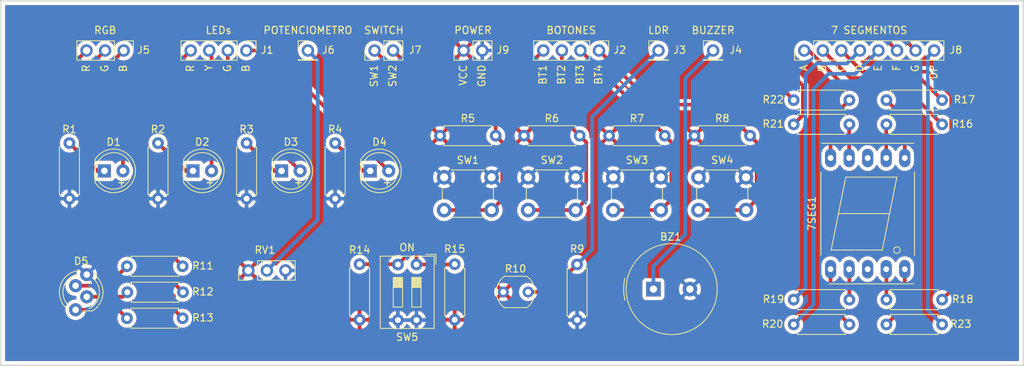
<source format=kicad_pcb>
(kicad_pcb (version 20171130) (host pcbnew "(5.1.8)-1")
  (layers (0 F.Cu signal) (31 B.Cu signal) (34 B.Paste user) (35 F.Paste user) (36 B.SilkS user) (37 F.SilkS user) (38 B.Mask user) (39 F.Mask user) (44 Edge.Cuts user))
  (net 0 "")
  (net 1 LED_R)
  (net 2 "Net-(D1-Pad1)")
  (net 3 "Net-(D2-Pad1)")
  (net 4 LED_A)
  (net 5 LED_V)
  (net 6 "Net-(D3-Pad1)")
  (net 7 "Net-(D4-Pad1)")
  (net 8 LED_Y)
  (net 9 GND)
  (net 10 SW1)
  (net 11 VCC)
  (net 12 SW2)
  (net 13 SW3)
  (net 14 SW4)
  (net 15 "Net-(J3-Pad1)")
  (net 16 "Net-(J5-Pad1)")
  (net 17 "Net-(D5-Pad3)")
  (net 18 "Net-(J5-Pad2)")
  (net 19 "Net-(D5-Pad2)")
  (net 20 "Net-(D5-Pad1)")
  (net 21 "Net-(J5-Pad3)")
  (net 22 SW_DIP_1)
  (net 23 SW_DIP_2)
  (net 24 "Net-(BZ1-Pad1)")
  (net 25 "Net-(J6-Pad1)")
  (net 26 "Net-(J8-Pad1)")
  (net 27 "Net-(J8-Pad2)")
  (net 28 "Net-(J8-Pad3)")
  (net 29 "Net-(J8-Pad4)")
  (net 30 "Net-(J8-Pad5)")
  (net 31 "Net-(J8-Pad6)")
  (net 32 "Net-(J8-Pad7)")
  (net 33 DP)
  (net 34 "Net-(7SEG1-Pad10)")
  (net 35 "Net-(7SEG1-Pad9)")
  (net 36 "Net-(7SEG1-Pad7)")
  (net 37 "Net-(7SEG1-Pad6)")
  (net 38 "Net-(7SEG1-Pad5)")
  (net 39 "Net-(7SEG1-Pad4)")
  (net 40 "Net-(7SEG1-Pad2)")
  (net 41 "Net-(7SEG1-Pad1)")
  (module LED_THT:LED_D5.0mm (layer F.Cu) (at 122.175 102.95)
    (fp_text reference D4 (at 1.27 -3.96) (layer F.SilkS))
    (fp_text value LED)
    (pad 1 thru_hole rect (at 0 0) (size 1.8 1.8) (drill 0.9) (layers *.Cu *.Mask) (net 7 "Net-(D4-Pad1)"))
    (pad 2 thru_hole circle (at 2.54 0) (size 1.8 1.8) (drill 0.9) (layers *.Cu *.Mask) (net 8 LED_Y))
  )
  (module LED_THT:LED_D5.0mm (layer F.Cu) (at 110.046425 102.95)
    (fp_text reference D3 (at 1.27 -3.96) (layer F.SilkS))
    (fp_text value LED)
    (pad 2 thru_hole circle (at 2.54 0) (size 1.8 1.8) (drill 0.9) (layers *.Cu *.Mask) (net 5 LED_V))
    (pad 1 thru_hole rect (at 0 0) (size 1.8 1.8) (drill 0.9) (layers *.Cu *.Mask) (net 6 "Net-(D3-Pad1)"))
  )
  (module LED_THT:LED_D5.0mm (layer F.Cu) (at 97.917855 102.95)
    (fp_text reference D2 (at 1.27 -3.96) (layer F.SilkS))
    (fp_text value LED)
    (pad 1 thru_hole rect (at 0 0) (size 1.8 1.8) (drill 0.9) (layers *.Cu *.Mask) (net 3 "Net-(D2-Pad1)"))
    (pad 2 thru_hole circle (at 2.54 0) (size 1.8 1.8) (drill 0.9) (layers *.Cu *.Mask) (net 4 LED_A))
  )
  (module LED_THT:LED_D5.0mm (layer F.Cu) (at 85.789285 102.95)
    (fp_text reference D1 (at 1.275 -3.96) (layer F.SilkS))
    (fp_text value LED)
    (pad 2 thru_hole circle (at 2.54 0) (size 1.8 1.8) (drill 0.9) (layers *.Cu *.Mask) (net 1 LED_R))
    (pad 1 thru_hole rect (at 0 0) (size 1.8 1.8) (drill 0.9) (layers *.Cu *.Mask) (net 2 "Net-(D1-Pad1)"))
  )
  (module Display_7Segment:7SegmentLED_LTS6760_LTS6780 (layer F.Cu) (at 185.2 116.425 90)
    (fp_text reference 7SEG1 (at 7.619999 -2.55 270) (layer F.SilkS))
    (fp_text value LTS-6980HR)
    (pad 10 thru_hole oval (at 15.24 0) (size 1.524 2.524) (drill 0.8) (layers *.Cu *.Mask) (net 34 "Net-(7SEG1-Pad10)"))
    (pad 9 thru_hole oval (at 15.24 2.54) (size 1.524 2.524) (drill 0.8) (layers *.Cu *.Mask) (net 35 "Net-(7SEG1-Pad9)"))
    (pad 8 thru_hole oval (at 15.24 5.08) (size 1.524 2.524) (drill 0.8) (layers *.Cu *.Mask))
    (pad 7 thru_hole oval (at 15.24 7.62) (size 1.524 2.524) (drill 0.8) (layers *.Cu *.Mask) (net 36 "Net-(7SEG1-Pad7)"))
    (pad 6 thru_hole oval (at 15.24 10.16) (size 1.524 2.524) (drill 0.8) (layers *.Cu *.Mask) (net 37 "Net-(7SEG1-Pad6)"))
    (pad 5 thru_hole oval (at 0 10.16) (size 1.524 2.524) (drill 0.8) (layers *.Cu *.Mask) (net 38 "Net-(7SEG1-Pad5)"))
    (pad 4 thru_hole oval (at 0 7.62) (size 1.524 2.524) (drill 0.8) (layers *.Cu *.Mask) (net 39 "Net-(7SEG1-Pad4)"))
    (pad 3 thru_hole oval (at 0 5.08) (size 1.524 2.524) (drill 0.8) (layers *.Cu *.Mask))
    (pad 2 thru_hole oval (at 0 2.54) (size 1.524 2.524) (drill 0.8) (layers *.Cu *.Mask) (net 40 "Net-(7SEG1-Pad2)"))
    (pad 1 thru_hole oval (at 0 0) (size 1.524 2.524) (drill 0.8) (layers *.Cu *.Mask) (net 41 "Net-(7SEG1-Pad1)"))
  )
  (module Resistor_THT:R_Axial_DIN0207_L6.3mm_D2.5mm_P7.62mm_Horizontal (layer F.Cu) (at 81 99.14 270)
    (fp_text reference R1 (at -1.89 0 180) (layer F.SilkS))
    (fp_text value R)
    (pad 2 thru_hole oval (at 7.62 0 270) (size 1.6 1.6) (drill 0.8) (layers *.Cu *.Mask) (net 9 GND))
    (pad 1 thru_hole circle (at 0 0 270) (size 1.6 1.6) (drill 0.8) (layers *.Cu *.Mask) (net 2 "Net-(D1-Pad1)"))
  )
  (module Resistor_THT:R_Axial_DIN0207_L6.3mm_D2.5mm_P7.62mm_Horizontal (layer F.Cu) (at 93.12857 99.14 270)
    (fp_text reference R2 (at -1.89 0 180) (layer F.SilkS))
    (fp_text value R)
    (pad 1 thru_hole circle (at 0 0 270) (size 1.6 1.6) (drill 0.8) (layers *.Cu *.Mask) (net 3 "Net-(D2-Pad1)"))
    (pad 2 thru_hole oval (at 7.62 0 270) (size 1.6 1.6) (drill 0.8) (layers *.Cu *.Mask) (net 9 GND))
  )
  (module Resistor_THT:R_Axial_DIN0207_L6.3mm_D2.5mm_P7.62mm_Horizontal (layer F.Cu) (at 105.25714 99.14 270)
    (fp_text reference R3 (at -1.89 0 180) (layer F.SilkS))
    (fp_text value R)
    (pad 2 thru_hole oval (at 7.62 0 270) (size 1.6 1.6) (drill 0.8) (layers *.Cu *.Mask) (net 9 GND))
    (pad 1 thru_hole circle (at 0 0 270) (size 1.6 1.6) (drill 0.8) (layers *.Cu *.Mask) (net 6 "Net-(D3-Pad1)"))
  )
  (module Resistor_THT:R_Axial_DIN0207_L6.3mm_D2.5mm_P7.62mm_Horizontal (layer F.Cu) (at 117.38571 99.14 270)
    (fp_text reference R4 (at -1.89 0 180) (layer F.SilkS))
    (fp_text value R)
    (pad 1 thru_hole circle (at 0 0 270) (size 1.6 1.6) (drill 0.8) (layers *.Cu *.Mask) (net 7 "Net-(D4-Pad1)"))
    (pad 2 thru_hole oval (at 7.62 0 270) (size 1.6 1.6) (drill 0.8) (layers *.Cu *.Mask) (net 9 GND))
  )
  (module Resistor_THT:R_Axial_DIN0207_L6.3mm_D2.5mm_P7.62mm_Horizontal (layer F.Cu) (at 131.74 98.125)
    (fp_text reference R5 (at 3.81 -2.37) (layer F.SilkS))
    (fp_text value R)
    (pad 2 thru_hole oval (at 7.62 0) (size 1.6 1.6) (drill 0.8) (layers *.Cu *.Mask) (net 10 SW1))
    (pad 1 thru_hole circle (at 0 0) (size 1.6 1.6) (drill 0.8) (layers *.Cu *.Mask) (net 11 VCC))
  )
  (module Resistor_THT:R_Axial_DIN0207_L6.3mm_D2.5mm_P7.62mm_Horizontal (layer F.Cu) (at 143.24 98.125)
    (fp_text reference R6 (at 3.81 -2.37) (layer F.SilkS))
    (fp_text value R)
    (pad 1 thru_hole circle (at 0 0) (size 1.6 1.6) (drill 0.8) (layers *.Cu *.Mask) (net 11 VCC))
    (pad 2 thru_hole oval (at 7.62 0) (size 1.6 1.6) (drill 0.8) (layers *.Cu *.Mask) (net 12 SW2))
  )
  (module Resistor_THT:R_Axial_DIN0207_L6.3mm_D2.5mm_P7.62mm_Horizontal (layer F.Cu) (at 154.89 98.125)
    (fp_text reference R7 (at 3.81 -2.37) (layer F.SilkS))
    (fp_text value R)
    (pad 2 thru_hole oval (at 7.62 0) (size 1.6 1.6) (drill 0.8) (layers *.Cu *.Mask) (net 13 SW3))
    (pad 1 thru_hole circle (at 0 0) (size 1.6 1.6) (drill 0.8) (layers *.Cu *.Mask) (net 11 VCC))
  )
  (module Resistor_THT:R_Axial_DIN0207_L6.3mm_D2.5mm_P7.62mm_Horizontal (layer F.Cu) (at 166.565 98.125)
    (fp_text reference R8 (at 3.81 -2.37) (layer F.SilkS))
    (fp_text value R)
    (pad 1 thru_hole circle (at 0 0) (size 1.6 1.6) (drill 0.8) (layers *.Cu *.Mask) (net 11 VCC))
    (pad 2 thru_hole oval (at 7.62 0) (size 1.6 1.6) (drill 0.8) (layers *.Cu *.Mask) (net 14 SW4))
  )
  (module Resistor_THT:R_Axial_DIN0207_L6.3mm_D2.5mm_P7.62mm_Horizontal (layer F.Cu) (at 150.5 115.7725 270)
    (fp_text reference R9 (at -2.1225 0 180) (layer F.SilkS))
    (fp_text value R)
    (pad 1 thru_hole circle (at 0 0 270) (size 1.6 1.6) (drill 0.8) (layers *.Cu *.Mask) (net 15 "Net-(J3-Pad1)"))
    (pad 2 thru_hole oval (at 7.62 0 270) (size 1.6 1.6) (drill 0.8) (layers *.Cu *.Mask) (net 9 GND))
  )
  (module Resistor_THT:R_Axial_DIN0207_L6.3mm_D2.5mm_P7.62mm_Horizontal (layer F.Cu) (at 96.5 116.025 180)
    (fp_text reference R11 (at -2.775 0.0675) (layer F.SilkS))
    (fp_text value 330)
    (pad 1 thru_hole circle (at 0 0 180) (size 1.6 1.6) (drill 0.8) (layers *.Cu *.Mask) (net 16 "Net-(J5-Pad1)"))
    (pad 2 thru_hole oval (at 7.62 0 180) (size 1.6 1.6) (drill 0.8) (layers *.Cu *.Mask) (net 17 "Net-(D5-Pad3)"))
  )
  (module Resistor_THT:R_Axial_DIN0207_L6.3mm_D2.5mm_P7.62mm_Horizontal (layer F.Cu) (at 96.55 119.5825 180)
    (fp_text reference R12 (at -2.725 0.0675) (layer F.SilkS))
    (fp_text value 330)
    (pad 1 thru_hole circle (at 0 0 180) (size 1.6 1.6) (drill 0.8) (layers *.Cu *.Mask) (net 18 "Net-(J5-Pad2)"))
    (pad 2 thru_hole oval (at 7.62 0 180) (size 1.6 1.6) (drill 0.8) (layers *.Cu *.Mask) (net 19 "Net-(D5-Pad2)"))
  )
  (module Resistor_THT:R_Axial_DIN0207_L6.3mm_D2.5mm_P7.62mm_Horizontal (layer F.Cu) (at 96.5 123.15 180)
    (fp_text reference R13 (at -2.775 0.0675) (layer F.SilkS))
    (fp_text value 330)
    (pad 2 thru_hole oval (at 7.62 0 180) (size 1.6 1.6) (drill 0.8) (layers *.Cu *.Mask) (net 20 "Net-(D5-Pad1)"))
    (pad 1 thru_hole circle (at 0 0 180) (size 1.6 1.6) (drill 0.8) (layers *.Cu *.Mask) (net 21 "Net-(J5-Pad3)"))
  )
  (module Resistor_THT:R_Axial_DIN0207_L6.3mm_D2.5mm_P7.62mm_Horizontal (layer F.Cu) (at 120.725 115.74 270)
    (fp_text reference R14 (at -1.965 0 180) (layer F.SilkS))
    (fp_text value R)
    (pad 2 thru_hole oval (at 7.62 0 270) (size 1.6 1.6) (drill 0.8) (layers *.Cu *.Mask) (net 11 VCC))
    (pad 1 thru_hole circle (at 0 0 270) (size 1.6 1.6) (drill 0.8) (layers *.Cu *.Mask) (net 22 SW_DIP_1))
  )
  (module Resistor_THT:R_Axial_DIN0207_L6.3mm_D2.5mm_P7.62mm_Horizontal (layer F.Cu) (at 133.75 115.74 270)
    (fp_text reference R15 (at -2.09 0 180) (layer F.SilkS))
    (fp_text value R)
    (pad 2 thru_hole oval (at 7.62 0 270) (size 1.6 1.6) (drill 0.8) (layers *.Cu *.Mask) (net 11 VCC))
    (pad 1 thru_hole circle (at 0 0 270) (size 1.6 1.6) (drill 0.8) (layers *.Cu *.Mask) (net 23 SW_DIP_2))
  )
  (module Button_Switch_THT:SW_DIP_SPSTx02_Slide_9.78x7.26mm_W7.62mm_P2.54mm (layer F.Cu) (at 128.5125 115.7825 270)
    (fp_text reference SW5 (at 9.95 1.275 180) (layer F.SilkS))
    (fp_text value SW_DIP)
    (pad 1 thru_hole circle (at 0 0 270) (size 1.6 1.6) (drill 0.8) (layers *.Cu *.Mask) (net 23 SW_DIP_2))
    (pad 3 thru_hole oval (at 7.62 2.54 270) (size 1.6 1.6) (drill 0.8) (layers *.Cu *.Mask) (net 9 GND))
    (pad 2 thru_hole oval (at 0 2.54 270) (size 1.6 1.6) (drill 0.8) (layers *.Cu *.Mask) (net 22 SW_DIP_1))
    (pad 4 thru_hole oval (at 7.62 0 270) (size 1.6 1.6) (drill 0.8) (layers *.Cu *.Mask) (net 9 GND))
  )
  (module OptoDevice:R_LDR_5.1x4.3mm_P3.4mm_Vertical (layer F.Cu) (at 140.4 119.55)
    (fp_text reference R10 (at 1.675 -3.1825) (layer F.SilkS))
    (fp_text value LDR03)
    (pad 1 thru_hole circle (at 0 0) (size 1.5 1.5) (drill 0.8) (layers *.Cu *.Mask) (net 11 VCC))
    (pad 2 thru_hole circle (at 3.4 0) (size 1.5 1.5) (drill 0.8) (layers *.Cu *.Mask) (net 15 "Net-(J3-Pad1)"))
  )
  (module Connector_PinHeader_2.54mm:PinHeader_1x04_P2.54mm_Vertical (layer F.Cu) (at 105.225 86.45 270)
    (fp_text reference J1 (at -0.0675 -2.85 180) (layer F.SilkS))
    (fp_text value LEDs)
    (pad 1 thru_hole circle (at 0 0 270) (size 1.7 1.7) (drill 1) (layers *.Cu *.Mask) (net 8 LED_Y))
    (pad 2 thru_hole oval (at 0 2.54 270) (size 1.7 1.7) (drill 1) (layers *.Cu *.Mask) (net 5 LED_V))
    (pad 3 thru_hole oval (at 0 5.08 270) (size 1.7 1.7) (drill 1) (layers *.Cu *.Mask) (net 4 LED_A))
    (pad 4 thru_hole oval (at 0 7.62 270) (size 1.7 1.7) (drill 1) (layers *.Cu *.Mask) (net 1 LED_R))
  )
  (module Button_Switch_THT:SW_PUSH_6mm (layer F.Cu) (at 132.3 103.825)
    (fp_text reference SW1 (at 3.25 -2.35) (layer F.SilkS))
    (fp_text value SW_Push)
    (pad 1 thru_hole circle (at 6.5 0 90) (size 2 2) (drill 1.1) (layers *.Cu *.Mask) (net 9 GND))
    (pad 2 thru_hole circle (at 6.5 4.5 90) (size 2 2) (drill 1.1) (layers *.Cu *.Mask) (net 10 SW1))
    (pad 1 thru_hole circle (at 0 0 90) (size 2 2) (drill 1.1) (layers *.Cu *.Mask) (net 9 GND))
    (pad 2 thru_hole circle (at 0 4.5 90) (size 2 2) (drill 1.1) (layers *.Cu *.Mask) (net 10 SW1))
  )
  (module Button_Switch_THT:SW_PUSH_6mm (layer F.Cu) (at 143.8 103.825)
    (fp_text reference SW2 (at 3.25 -2.35) (layer F.SilkS))
    (fp_text value SW_Push)
    (pad 2 thru_hole circle (at 0 4.5 90) (size 2 2) (drill 1.1) (layers *.Cu *.Mask) (net 12 SW2))
    (pad 1 thru_hole circle (at 0 0 90) (size 2 2) (drill 1.1) (layers *.Cu *.Mask) (net 9 GND))
    (pad 2 thru_hole circle (at 6.5 4.5 90) (size 2 2) (drill 1.1) (layers *.Cu *.Mask) (net 12 SW2))
    (pad 1 thru_hole circle (at 6.5 0 90) (size 2 2) (drill 1.1) (layers *.Cu *.Mask) (net 9 GND))
  )
  (module Button_Switch_THT:SW_PUSH_6mm (layer F.Cu) (at 155.45 103.825)
    (fp_text reference SW3 (at 3.25 -2.35) (layer F.SilkS))
    (fp_text value SW_Push)
    (pad 1 thru_hole circle (at 6.5 0 90) (size 2 2) (drill 1.1) (layers *.Cu *.Mask) (net 9 GND))
    (pad 2 thru_hole circle (at 6.5 4.5 90) (size 2 2) (drill 1.1) (layers *.Cu *.Mask) (net 13 SW3))
    (pad 1 thru_hole circle (at 0 0 90) (size 2 2) (drill 1.1) (layers *.Cu *.Mask) (net 9 GND))
    (pad 2 thru_hole circle (at 0 4.5 90) (size 2 2) (drill 1.1) (layers *.Cu *.Mask) (net 13 SW3))
  )
  (module Button_Switch_THT:SW_PUSH_6mm (layer F.Cu) (at 167.125 103.825)
    (fp_text reference SW4 (at 3.25 -2.35) (layer F.SilkS))
    (fp_text value SW_Push)
    (pad 2 thru_hole circle (at 0 4.5 90) (size 2 2) (drill 1.1) (layers *.Cu *.Mask) (net 14 SW4))
    (pad 1 thru_hole circle (at 0 0 90) (size 2 2) (drill 1.1) (layers *.Cu *.Mask) (net 9 GND))
    (pad 2 thru_hole circle (at 6.5 4.5 90) (size 2 2) (drill 1.1) (layers *.Cu *.Mask) (net 14 SW4))
    (pad 1 thru_hole circle (at 6.5 0 90) (size 2 2) (drill 1.1) (layers *.Cu *.Mask) (net 9 GND))
  )
  (module Connector_PinHeader_2.54mm:PinHeader_1x04_P2.54mm_Vertical (layer F.Cu) (at 153.5 86.45 270)
    (fp_text reference J2 (at -0.0675 -2.85 180) (layer F.SilkS))
    (fp_text value SWs)
    (pad 1 thru_hole circle (at 0 0 270) (size 1.7 1.7) (drill 1) (layers *.Cu *.Mask) (net 14 SW4))
    (pad 2 thru_hole oval (at 0 2.54 270) (size 1.7 1.7) (drill 1) (layers *.Cu *.Mask) (net 13 SW3))
    (pad 3 thru_hole oval (at 0 5.08 270) (size 1.7 1.7) (drill 1) (layers *.Cu *.Mask) (net 12 SW2))
    (pad 4 thru_hole oval (at 0 7.62 270) (size 1.7 1.7) (drill 1) (layers *.Cu *.Mask) (net 10 SW1))
  )
  (module Connector_PinHeader_2.54mm:PinHeader_1x02_P2.54mm_Vertical (layer F.Cu) (at 122.775 86.45 90)
    (fp_text reference J7 (at 0.0675 5.575 180) (layer F.SilkS))
    (fp_text value SW_DIP)
    (pad 1 thru_hole circle (at 0 0 90) (size 1.7 1.7) (drill 1) (layers *.Cu *.Mask) (net 22 SW_DIP_1))
    (pad 2 thru_hole oval (at 0 2.54 90) (size 1.7 1.7) (drill 1) (layers *.Cu *.Mask) (net 23 SW_DIP_2))
  )
  (module Connector_PinHeader_2.54mm:PinHeader_1x01_P2.54mm_Vertical (layer F.Cu) (at 161.65 86.45)
    (fp_text reference J3 (at 2.9 -0.075) (layer F.SilkS))
    (fp_text value LDR)
    (pad 1 thru_hole circle (at 0 0) (size 1.7 1.7) (drill 1) (layers *.Cu *.Mask) (net 15 "Net-(J3-Pad1)"))
  )
  (module Connector_PinHeader_2.54mm:PinHeader_1x01_P2.54mm_Vertical (layer F.Cu) (at 169.125 86.45)
    (fp_text reference J4 (at 3.1 -0.0675) (layer F.SilkS))
    (fp_text value BUZZER)
    (pad 1 thru_hole circle (at 0 0) (size 1.7 1.7) (drill 1) (layers *.Cu *.Mask) (net 24 "Net-(BZ1-Pad1)"))
  )
  (module Connector_PinHeader_2.54mm:PinHeader_1x03_P2.54mm_Vertical (layer F.Cu) (at 88.425 86.45 270)
    (fp_text reference J5 (at -0.0675 -2.725 180) (layer F.SilkS))
    (fp_text value LED_RGB)
    (pad 1 thru_hole circle (at 0 0 270) (size 1.7 1.7) (drill 1) (layers *.Cu *.Mask) (net 16 "Net-(J5-Pad1)"))
    (pad 2 thru_hole oval (at 0 2.54 270) (size 1.7 1.7) (drill 1) (layers *.Cu *.Mask) (net 18 "Net-(J5-Pad2)"))
    (pad 3 thru_hole oval (at 0 5.08 270) (size 1.7 1.7) (drill 1) (layers *.Cu *.Mask) (net 21 "Net-(J5-Pad3)"))
  )
  (module Connector_PinHeader_2.54mm:PinHeader_1x01_P2.54mm_Vertical (layer F.Cu) (at 113.65 86.45)
    (fp_text reference J6 (at 2.8 -0.0675) (layer F.SilkS))
    (fp_text value R_POT)
    (pad 1 thru_hole circle (at 0 0) (size 1.7 1.7) (drill 1) (layers *.Cu *.Mask) (net 25 "Net-(J6-Pad1)"))
  )
  (module Connector_PinHeader_2.54mm:PinHeader_1x03_P2.54mm_Vertical (layer F.Cu) (at 105.4975 116.6 90)
    (fp_text reference RV1 (at 2.8 2.275 180) (layer F.SilkS))
    (fp_text value R_POT)
    (pad 1 thru_hole circle (at 0 0 90) (size 1.7 1.7) (drill 1) (layers *.Cu *.Mask) (net 11 VCC))
    (pad 2 thru_hole oval (at 0 2.54 90) (size 1.7 1.7) (drill 1) (layers *.Cu *.Mask) (net 25 "Net-(J6-Pad1)"))
    (pad 3 thru_hole oval (at 0 5.08 90) (size 1.7 1.7) (drill 1) (layers *.Cu *.Mask) (net 9 GND))
  )
  (module Resistor_THT:R_Axial_DIN0207_L6.3mm_D2.5mm_P7.62mm_Horizontal (layer F.Cu) (at 192.85 96.575)
    (fp_text reference R16 (at 10.4 -0.0675) (layer F.SilkS))
    (fp_text value 330)
    (pad 2 thru_hole oval (at 7.62 0) (size 1.6 1.6) (drill 0.8) (layers *.Cu *.Mask) (net 26 "Net-(J8-Pad1)"))
    (pad 1 thru_hole circle (at 0 0) (size 1.6 1.6) (drill 0.8) (layers *.Cu *.Mask) (net 36 "Net-(7SEG1-Pad7)"))
  )
  (module Resistor_THT:R_Axial_DIN0207_L6.3mm_D2.5mm_P7.62mm_Horizontal (layer F.Cu) (at 192.85 93.25)
    (fp_text reference R17 (at 10.675 -0.0675) (layer F.SilkS))
    (fp_text value 330)
    (pad 1 thru_hole circle (at 0 0) (size 1.6 1.6) (drill 0.8) (layers *.Cu *.Mask) (net 37 "Net-(7SEG1-Pad6)"))
    (pad 2 thru_hole oval (at 7.62 0) (size 1.6 1.6) (drill 0.8) (layers *.Cu *.Mask) (net 27 "Net-(J8-Pad2)"))
  )
  (module Resistor_THT:R_Axial_DIN0207_L6.3mm_D2.5mm_P7.62mm_Horizontal (layer F.Cu) (at 192.85 120.6)
    (fp_text reference R18 (at 10.45 -0.0675) (layer F.SilkS))
    (fp_text value 330)
    (pad 2 thru_hole oval (at 7.62 0) (size 1.6 1.6) (drill 0.8) (layers *.Cu *.Mask) (net 28 "Net-(J8-Pad3)"))
    (pad 1 thru_hole circle (at 0 0) (size 1.6 1.6) (drill 0.8) (layers *.Cu *.Mask) (net 39 "Net-(7SEG1-Pad4)"))
  )
  (module Resistor_THT:R_Axial_DIN0207_L6.3mm_D2.5mm_P7.62mm_Horizontal (layer F.Cu) (at 187.775 120.6 180)
    (fp_text reference R19 (at 10.4 0.0675) (layer F.SilkS))
    (fp_text value 330)
    (pad 1 thru_hole circle (at 0 0 180) (size 1.6 1.6) (drill 0.8) (layers *.Cu *.Mask) (net 40 "Net-(7SEG1-Pad2)"))
    (pad 2 thru_hole oval (at 7.62 0 180) (size 1.6 1.6) (drill 0.8) (layers *.Cu *.Mask) (net 29 "Net-(J8-Pad4)"))
  )
  (module Resistor_THT:R_Axial_DIN0207_L6.3mm_D2.5mm_P7.62mm_Horizontal (layer F.Cu) (at 187.775 124 180)
    (fp_text reference R20 (at 10.5 0.0675) (layer F.SilkS))
    (fp_text value 330)
    (pad 2 thru_hole oval (at 7.62 0 180) (size 1.6 1.6) (drill 0.8) (layers *.Cu *.Mask) (net 30 "Net-(J8-Pad5)"))
    (pad 1 thru_hole circle (at 0 0 180) (size 1.6 1.6) (drill 0.8) (layers *.Cu *.Mask) (net 41 "Net-(7SEG1-Pad1)"))
  )
  (module Resistor_THT:R_Axial_DIN0207_L6.3mm_D2.5mm_P7.62mm_Horizontal (layer F.Cu) (at 187.775 96.575 180)
    (fp_text reference R21 (at 10.425 0.0675) (layer F.SilkS))
    (fp_text value 330)
    (pad 1 thru_hole circle (at 0 0 180) (size 1.6 1.6) (drill 0.8) (layers *.Cu *.Mask) (net 35 "Net-(7SEG1-Pad9)"))
    (pad 2 thru_hole oval (at 7.62 0 180) (size 1.6 1.6) (drill 0.8) (layers *.Cu *.Mask) (net 31 "Net-(J8-Pad6)"))
  )
  (module Resistor_THT:R_Axial_DIN0207_L6.3mm_D2.5mm_P7.62mm_Horizontal (layer F.Cu) (at 187.775 93.25 180)
    (fp_text reference R22 (at 10.425 0.0675) (layer F.SilkS))
    (fp_text value 330)
    (pad 1 thru_hole circle (at 0 0 180) (size 1.6 1.6) (drill 0.8) (layers *.Cu *.Mask) (net 34 "Net-(7SEG1-Pad10)"))
    (pad 2 thru_hole oval (at 7.62 0 180) (size 1.6 1.6) (drill 0.8) (layers *.Cu *.Mask) (net 32 "Net-(J8-Pad7)"))
  )
  (module Resistor_THT:R_Axial_DIN0207_L6.3mm_D2.5mm_P7.62mm_Horizontal (layer F.Cu) (at 192.85 124)
    (fp_text reference R23 (at 10.175 -0.0675) (layer F.SilkS))
    (fp_text value 330)
    (pad 2 thru_hole oval (at 7.62 0) (size 1.6 1.6) (drill 0.8) (layers *.Cu *.Mask) (net 33 DP))
    (pad 1 thru_hole circle (at 0 0) (size 1.6 1.6) (drill 0.8) (layers *.Cu *.Mask) (net 38 "Net-(7SEG1-Pad5)"))
  )
  (module Connector_PinHeader_2.54mm:PinHeader_1x08_P2.54mm_Vertical (layer F.Cu) (at 181.6 86.45 90)
    (fp_text reference J8 (at 0.0675 20.75 180) (layer F.SilkS))
    (fp_text value "7 SEG")
    (pad 8 thru_hole oval (at 0 17.78 90) (size 1.7 1.7) (drill 1) (layers *.Cu *.Mask) (net 33 DP))
    (pad 7 thru_hole oval (at 0 15.24 90) (size 1.7 1.7) (drill 1) (layers *.Cu *.Mask) (net 32 "Net-(J8-Pad7)"))
    (pad 6 thru_hole oval (at 0 12.7 90) (size 1.7 1.7) (drill 1) (layers *.Cu *.Mask) (net 31 "Net-(J8-Pad6)"))
    (pad 5 thru_hole oval (at 0 10.16 90) (size 1.7 1.7) (drill 1) (layers *.Cu *.Mask) (net 30 "Net-(J8-Pad5)"))
    (pad 4 thru_hole oval (at 0 7.62 90) (size 1.7 1.7) (drill 1) (layers *.Cu *.Mask) (net 29 "Net-(J8-Pad4)"))
    (pad 3 thru_hole oval (at 0 5.08 90) (size 1.7 1.7) (drill 1) (layers *.Cu *.Mask) (net 28 "Net-(J8-Pad3)"))
    (pad 2 thru_hole oval (at 0 2.54 90) (size 1.7 1.7) (drill 1) (layers *.Cu *.Mask) (net 27 "Net-(J8-Pad2)"))
    (pad 1 thru_hole circle (at 0 0 90) (size 1.7 1.7) (drill 1) (layers *.Cu *.Mask) (net 26 "Net-(J8-Pad1)"))
  )
  (module Connector_PinHeader_2.54mm:PinHeader_1x02_P2.54mm_Vertical (layer F.Cu) (at 134.975 86.45 90)
    (fp_text reference J9 (at 0.0675 5.375 180) (layer F.SilkS))
    (fp_text value POWER)
    (pad 1 thru_hole circle (at 0 0 90) (size 1.7 1.7) (drill 1) (layers *.Cu *.Mask) (net 11 VCC))
    (pad 2 thru_hole oval (at 0 2.54 90) (size 1.7 1.7) (drill 1) (layers *.Cu *.Mask) (net 9 GND))
  )
  (module LED_THT:LED_D5.0mm-4_RGB_Staggered_Pins (layer F.Cu) (at 81.85 121.9925 90)
    (fp_text reference D5 (at 6.675 0.76 180) (layer F.SilkS))
    (fp_text value LED_RGBC)
    (pad 4 thru_hole circle (at 4.826 1.524 90) (size 1.8 1.8) (drill 0.9) (layers *.Cu *.Mask) (net 9 GND))
    (pad 3 thru_hole circle (at 3.302 0 90) (size 1.8 1.8) (drill 0.9) (layers *.Cu *.Mask) (net 17 "Net-(D5-Pad3)"))
    (pad 2 thru_hole circle (at 1.778 1.524 90) (size 1.8 1.8) (drill 0.9) (layers *.Cu *.Mask) (net 19 "Net-(D5-Pad2)"))
    (pad 1 thru_hole circle (at 0 0 90) (size 1.8 1.8) (drill 0.9) (layers *.Cu *.Mask) (net 20 "Net-(D5-Pad1)"))
  )
  (module Buzzer_Beeper:Buzzer_TDK_PS1240P02BT_D12.2mm_H6.5mm (layer F.Cu) (at 160.95 119.1575)
    (fp_text reference BZ1 (at 2.370784 -7.17) (layer F.SilkS))
    (fp_text value BUZZER)
    (pad 1 thru_hole rect (at 0 0) (size 2 2) (drill 1) (layers *.Cu *.Mask) (net 24 "Net-(BZ1-Pad1)"))
    (pad 2 thru_hole circle (at 5 0) (size 2 2) (drill 1) (layers *.Cu *.Mask) (net 9 GND))
  )
  (gr_text + (at 88.125 104.5) (layer F.SilkS) (effects (font (size 1 1))))
  (gr_text + (at 100.225 104.5) (layer F.SilkS) (effects (font (size 1 1))))
  (gr_text + (at 124.5 104.5) (layer F.SilkS) (effects (font (size 1 1))))
  (gr_text + (at 112.375 104.5) (layer F.SilkS) (effects (font (size 1 1))))
  (gr_text ON (at 127.2375 113.45) (layer F.SilkS) (effects (font (size 1 1))))
  (gr_line (start 211.6 79.625) (end 71.6 79.625) (layer Edge.Cuts) (width 0.2))
  (gr_line (start 211.6 129.625) (end 211.6 79.625) (layer Edge.Cuts) (width 0.2))
  (gr_line (start 71.6 129.625) (end 211.6 129.625) (layer Edge.Cuts) (width 0.2))
  (gr_line (start 71.6 79.625) (end 71.6 129.625) (layer Edge.Cuts) (width 0.2))
  (gr_text DP (at 199.3125 89.4 90) (layer F.SilkS) (effects (font (size 1 1))))
  (gr_text G (at 196.7725 88.9 90) (layer F.SilkS) (effects (font (size 1 1))))
  (gr_text F (at 194.2325 88.828572 90) (layer F.SilkS) (effects (font (size 1 1))))
  (gr_text E (at 191.6925 88.852381 90) (layer F.SilkS) (effects (font (size 1 1))))
  (gr_text D (at 189.1525 88.9 90) (layer F.SilkS) (effects (font (size 1 1))))
  (gr_text C (at 186.6125 88.9 90) (layer F.SilkS) (effects (font (size 1 1))))
  (gr_text B (at 184.0725 88.9 90) (layer F.SilkS) (effects (font (size 1 1))))
  (gr_text A (at 181.5325 88.828572 90) (layer F.SilkS) (effects (font (size 1 1))))
  (gr_text BT4 (at 153.4325 89.757143 90) (layer F.SilkS) (effects (font (size 1 1))))
  (gr_text BT3 (at 150.8925 89.757143 90) (layer F.SilkS) (effects (font (size 1 1))))
  (gr_text BT2 (at 148.3525 89.757143 90) (layer F.SilkS) (effects (font (size 1 1))))
  (gr_text BT1 (at 145.8125 89.757143 90) (layer F.SilkS) (effects (font (size 1 1))))
  (gr_text GND (at 137.4475 89.92381 90) (layer F.SilkS) (effects (font (size 1 1))))
  (gr_text VCC (at 134.9075 89.828572 90) (layer F.SilkS) (effects (font (size 1 1))))
  (gr_text SW2 (at 125.2475 89.92381 90) (layer F.SilkS) (effects (font (size 1 1))))
  (gr_text SW1 (at 122.7075 89.92381 90) (layer F.SilkS) (effects (font (size 1 1))))
  (gr_text B (at 105.1575 88.9 90) (layer F.SilkS) (effects (font (size 1 1))))
  (gr_text G (at 102.6175 88.9 90) (layer F.SilkS) (effects (font (size 1 1))))
  (gr_text Y (at 100.0775 88.828572 90) (layer F.SilkS) (effects (font (size 1 1))))
  (gr_text R (at 97.5375 88.9 90) (layer F.SilkS) (effects (font (size 1 1))))
  (gr_text B (at 88.3575 88.9 90) (layer F.SilkS) (effects (font (size 1 1))))
  (gr_text G (at 85.8175 88.9 90) (layer F.SilkS) (effects (font (size 1 1))))
  (gr_text R (at 83.2775 88.9 90) (layer F.SilkS) (effects (font (size 1 1))))
  (gr_text POWER (at 136.25 83.675) (layer F.SilkS) (effects (font (size 1 1))))
  (gr_text "7 SEGMENTOS" (at 190.475 83.675) (layer F.SilkS) (effects (font (size 1 1))))
  (gr_text BUZZER (at 169.125 83.675) (layer F.SilkS) (effects (font (size 1 1))))
  (gr_text LDR (at 161.65 83.675) (layer F.SilkS) (effects (font (size 1 1))))
  (gr_text RGB (at 85.9 83.675) (layer F.SilkS) (effects (font (size 1 1))))
  (gr_text SWITCH (at 124.05 83.675) (layer F.SilkS) (effects (font (size 1 1))))
  (gr_text POTENCIOMETRO (at 113.65 83.675) (layer F.SilkS) (effects (font (size 1 1))))
  (gr_text LEDs (at 101.425 83.675) (layer F.SilkS) (effects (font (size 1 1))))
  (gr_text BOTONES (at 149.7 83.675) (layer F.SilkS) (effects (font (size 1 1))))
  (segment (start 88.329285 95.725715) (end 97.605 86.45) (width 0.508) (layer F.Cu) (net 1))
  (segment (start 88.329285 102.95) (end 88.329285 95.725715) (width 0.508) (layer F.Cu) (net 1))
  (segment (start 84.81 102.95) (end 85.789285 102.95) (width 0.508) (layer F.Cu) (net 2))
  (segment (start 81 99.14) (end 84.81 102.95) (width 0.508) (layer F.Cu) (net 2))
  (segment (start 96.93857 102.95) (end 97.917855 102.95) (width 0.508) (layer F.Cu) (net 3))
  (segment (start 93.12857 99.14) (end 96.93857 102.95) (width 0.508) (layer F.Cu) (net 3))
  (segment (start 100.457855 86.762855) (end 100.145 86.45) (width 0.508) (layer F.Cu) (net 4))
  (segment (start 100.457855 102.95) (end 100.457855 86.762855) (width 0.508) (layer F.Cu) (net 4))
  (segment (start 102.685 93.048575) (end 112.586425 102.95) (width 0.508) (layer F.Cu) (net 5))
  (segment (start 102.685 86.45) (end 102.685 93.048575) (width 0.508) (layer F.Cu) (net 5))
  (segment (start 109.06714 102.95) (end 110.046425 102.95) (width 0.508) (layer F.Cu) (net 6))
  (segment (start 105.25714 99.14) (end 109.06714 102.95) (width 0.508) (layer F.Cu) (net 6))
  (segment (start 121.19571 102.95) (end 122.175 102.95) (width 0.508) (layer F.Cu) (net 7))
  (segment (start 117.38571 99.14) (end 121.19571 102.95) (width 0.508) (layer F.Cu) (net 7))
  (segment (start 108.215 86.45) (end 124.715 102.95) (width 0.508) (layer F.Cu) (net 8))
  (segment (start 105.225 86.45) (end 108.215 86.45) (width 0.508) (layer F.Cu) (net 8))
  (segment (start 132.3 108.325) (end 138.8 108.325) (width 0.508) (layer F.Cu) (net 10))
  (segment (start 140.254001 106.870999) (end 138.8 108.325) (width 0.508) (layer F.Cu) (net 10))
  (segment (start 140.254001 99.019001) (end 140.254001 106.870999) (width 0.508) (layer F.Cu) (net 10))
  (segment (start 139.36 98.125) (end 140.254001 99.019001) (width 0.508) (layer F.Cu) (net 10))
  (segment (start 139.36 92.97) (end 145.88 86.45) (width 0.508) (layer F.Cu) (net 10))
  (segment (start 139.36 98.125) (end 139.36 92.97) (width 0.508) (layer F.Cu) (net 10))
  (segment (start 143.8 108.325) (end 150.3 108.325) (width 0.508) (layer F.Cu) (net 12))
  (segment (start 151.754001 106.870999) (end 150.3 108.325) (width 0.508) (layer F.Cu) (net 12))
  (segment (start 151.754001 99.019001) (end 151.754001 106.870999) (width 0.508) (layer F.Cu) (net 12))
  (segment (start 150.86 98.125) (end 151.754001 99.019001) (width 0.508) (layer F.Cu) (net 12))
  (segment (start 148.42 95.685) (end 150.86 98.125) (width 0.508) (layer F.Cu) (net 12))
  (segment (start 148.42 86.45) (end 148.42 95.685) (width 0.508) (layer F.Cu) (net 12))
  (segment (start 155.45 108.325) (end 161.95 108.325) (width 0.508) (layer F.Cu) (net 13))
  (segment (start 163.404001 106.870999) (end 161.95 108.325) (width 0.508) (layer F.Cu) (net 13))
  (segment (start 163.404001 99.019001) (end 163.404001 106.870999) (width 0.508) (layer F.Cu) (net 13))
  (segment (start 162.51 98.125) (end 163.404001 99.019001) (width 0.508) (layer F.Cu) (net 13))
  (segment (start 162.51 98) (end 162.51 98.125) (width 0.508) (layer F.Cu) (net 13))
  (segment (start 150.96 86.45) (end 162.51 98) (width 0.508) (layer F.Cu) (net 13))
  (segment (start 167.125 108.325) (end 173.625 108.325) (width 0.508) (layer F.Cu) (net 14))
  (segment (start 175.079001 106.870999) (end 173.625 108.325) (width 0.508) (layer F.Cu) (net 14))
  (segment (start 175.079001 99.019001) (end 175.079001 106.870999) (width 0.508) (layer F.Cu) (net 14))
  (segment (start 174.185 98.125) (end 175.079001 99.019001) (width 0.508) (layer F.Cu) (net 14))
  (segment (start 174.185 98.125) (end 169.935 93.875) (width 0.508) (layer F.Cu) (net 14))
  (segment (start 160.925 93.875) (end 153.5 86.45) (width 0.508) (layer F.Cu) (net 14))
  (segment (start 169.935 93.875) (end 160.925 93.875) (width 0.508) (layer F.Cu) (net 14))
  (segment (start 146.7225 119.55) (end 150.5 115.7725) (width 0.508) (layer F.Cu) (net 15))
  (segment (start 143.8 119.55) (end 146.7225 119.55) (width 0.508) (layer F.Cu) (net 15))
  (segment (start 150.5 115.7725) (end 152.575 113.6975) (width 0.508) (layer B.Cu) (net 15))
  (segment (start 152.575 95.525) (end 161.65 86.45) (width 0.508) (layer B.Cu) (net 15))
  (segment (start 152.575 113.6975) (end 152.575 95.525) (width 0.508) (layer B.Cu) (net 15))
  (segment (start 96.5 116.025) (end 90.55 110.075) (width 0.508) (layer F.Cu) (net 16))
  (segment (start 90.55 110.075) (end 80.725 110.075) (width 0.508) (layer F.Cu) (net 16))
  (segment (start 80.725 110.075) (end 78.4 107.75) (width 0.508) (layer F.Cu) (net 16))
  (segment (start 78.4 96.475) (end 88.425 86.45) (width 0.508) (layer F.Cu) (net 16))
  (segment (start 78.4 107.75) (end 78.4 96.475) (width 0.508) (layer F.Cu) (net 16))
  (segment (start 86.2145 118.6905) (end 88.88 116.025) (width 0.508) (layer F.Cu) (net 17))
  (segment (start 81.85 118.6905) (end 86.2145 118.6905) (width 0.508) (layer F.Cu) (net 17))
  (segment (start 96.55 119.5825) (end 87.7925 110.825) (width 0.508) (layer F.Cu) (net 18))
  (segment (start 87.7925 110.825) (end 79.9 110.825) (width 0.508) (layer F.Cu) (net 18))
  (segment (start 79.9 110.825) (end 77.225 108.15) (width 0.508) (layer F.Cu) (net 18))
  (segment (start 77.225 95.11) (end 85.885 86.45) (width 0.508) (layer F.Cu) (net 18))
  (segment (start 77.225 108.15) (end 77.225 95.11) (width 0.508) (layer F.Cu) (net 18))
  (segment (start 88.298 120.2145) (end 88.93 119.5825) (width 0.508) (layer F.Cu) (net 19))
  (segment (start 83.374 120.2145) (end 88.298 120.2145) (width 0.508) (layer F.Cu) (net 19))
  (segment (start 87.7225 121.9925) (end 88.88 123.15) (width 0.508) (layer F.Cu) (net 20))
  (segment (start 81.85 121.9925) (end 87.7225 121.9925) (width 0.508) (layer F.Cu) (net 20))
  (segment (start 95.295999 121.945999) (end 95.295999 120.120999) (width 0.508) (layer F.Cu) (net 21))
  (segment (start 96.5 123.15) (end 95.295999 121.945999) (width 0.508) (layer F.Cu) (net 21))
  (segment (start 95.295999 120.120999) (end 87.075 111.9) (width 0.508) (layer F.Cu) (net 21))
  (segment (start 87.075 111.9) (end 79.275 111.9) (width 0.508) (layer F.Cu) (net 21))
  (segment (start 76.51699 93.27801) (end 83.345 86.45) (width 0.508) (layer F.Cu) (net 21))
  (segment (start 76.51699 109.14199) (end 76.51699 93.27801) (width 0.508) (layer F.Cu) (net 21))
  (segment (start 79.275 111.9) (end 76.51699 109.14199) (width 0.508) (layer F.Cu) (net 21))
  (segment (start 125.93 115.74) (end 125.9725 115.7825) (width 0.508) (layer F.Cu) (net 22))
  (segment (start 120.725 115.74) (end 125.93 115.74) (width 0.508) (layer F.Cu) (net 22))
  (segment (start 122.775 86.45) (end 127.425 91.1) (width 0.508) (layer F.Cu) (net 22))
  (segment (start 127.425 114.33) (end 125.9725 115.7825) (width 0.508) (layer F.Cu) (net 22))
  (segment (start 127.425 91.1) (end 127.425 114.33) (width 0.508) (layer F.Cu) (net 22))
  (segment (start 133.7075 115.7825) (end 133.75 115.74) (width 0.508) (layer F.Cu) (net 23))
  (segment (start 128.5125 115.7825) (end 133.7075 115.7825) (width 0.508) (layer F.Cu) (net 23))
  (segment (start 128.5125 89.6475) (end 125.315 86.45) (width 0.508) (layer F.Cu) (net 23))
  (segment (start 128.5125 115.7825) (end 128.5125 89.6475) (width 0.508) (layer F.Cu) (net 23))
  (segment (start 160.95 119.1575) (end 160.95 116.025) (width 0.508) (layer B.Cu) (net 24))
  (segment (start 165.310999 90.264001) (end 169.125 86.45) (width 0.508) (layer B.Cu) (net 24))
  (segment (start 165.310999 111.664001) (end 165.310999 90.264001) (width 0.508) (layer B.Cu) (net 24))
  (segment (start 160.95 116.025) (end 165.310999 111.664001) (width 0.508) (layer B.Cu) (net 24))
  (segment (start 113.65 86.45) (end 115 87.8) (width 0.508) (layer B.Cu) (net 25))
  (segment (start 115 109.6375) (end 108.0375 116.6) (width 0.508) (layer B.Cu) (net 25))
  (segment (start 115 87.8) (end 115 109.6375) (width 0.508) (layer B.Cu) (net 25))
  (segment (start 182.210078 86.45) (end 186.685078 90.925) (width 0.508) (layer F.Cu) (net 26))
  (segment (start 181.6 86.45) (end 182.210078 86.45) (width 0.508) (layer F.Cu) (net 26))
  (segment (start 194.82 90.925) (end 200.47 96.575) (width 0.508) (layer F.Cu) (net 26))
  (segment (start 186.685078 90.925) (end 194.82 90.925) (width 0.508) (layer F.Cu) (net 26))
  (segment (start 197.43699 90.21699) (end 200.47 93.25) (width 0.508) (layer F.Cu) (net 27))
  (segment (start 187.90699 90.21699) (end 197.43699 90.21699) (width 0.508) (layer F.Cu) (net 27))
  (segment (start 184.14 86.45) (end 187.90699 90.21699) (width 0.508) (layer F.Cu) (net 27))
  (segment (start 186.68 86.45) (end 189.58 89.35) (width 0.508) (layer F.Cu) (net 28))
  (segment (start 201.724001 119.345999) (end 200.47 120.6) (width 0.508) (layer F.Cu) (net 28))
  (segment (start 201.724001 92.648079) (end 201.724001 119.345999) (width 0.508) (layer F.Cu) (net 28))
  (segment (start 198.425922 89.35) (end 201.724001 92.648079) (width 0.508) (layer F.Cu) (net 28))
  (segment (start 189.58 89.35) (end 198.425922 89.35) (width 0.508) (layer F.Cu) (net 28))
  (segment (start 181.775 118.98) (end 180.155 120.6) (width 0.508) (layer B.Cu) (net 29))
  (segment (start 181.775 89.774078) (end 181.775 118.98) (width 0.508) (layer B.Cu) (net 29))
  (segment (start 187.445 88.225) (end 183.324078 88.225) (width 0.508) (layer B.Cu) (net 29))
  (segment (start 183.324078 88.225) (end 181.775 89.774078) (width 0.508) (layer B.Cu) (net 29))
  (segment (start 189.22 86.45) (end 187.445 88.225) (width 0.508) (layer B.Cu) (net 29))
  (segment (start 191.76 86.45) (end 188.56 89.65) (width 0.508) (layer B.Cu) (net 30))
  (segment (start 184.925 89.65) (end 182.875 91.7) (width 0.508) (layer B.Cu) (net 30))
  (segment (start 188.56 89.65) (end 184.925 89.65) (width 0.508) (layer B.Cu) (net 30))
  (segment (start 182.875 121.28) (end 180.155 124) (width 0.508) (layer B.Cu) (net 30))
  (segment (start 182.875 91.7) (end 182.875 121.28) (width 0.508) (layer B.Cu) (net 30))
  (segment (start 194.3 86.45) (end 192.4 84.55) (width 0.508) (layer F.Cu) (net 31))
  (segment (start 192.4 84.55) (end 181.15 84.55) (width 0.508) (layer F.Cu) (net 31))
  (segment (start 181.15 84.55) (end 179.525 86.175) (width 0.508) (layer F.Cu) (net 31))
  (segment (start 179.525 86.175) (end 179.525 89.375) (width 0.508) (layer F.Cu) (net 31))
  (segment (start 181.409001 95.320999) (end 180.155 96.575) (width 0.508) (layer F.Cu) (net 31))
  (segment (start 181.409001 91.259001) (end 181.409001 95.320999) (width 0.508) (layer F.Cu) (net 31))
  (segment (start 179.525 89.375) (end 181.409001 91.259001) (width 0.508) (layer F.Cu) (net 31))
  (segment (start 196.84 86.45) (end 193.99 83.6) (width 0.508) (layer F.Cu) (net 32))
  (segment (start 178.81699 91.91199) (end 180.155 93.25) (width 0.508) (layer F.Cu) (net 32))
  (segment (start 178.81699 85.881733) (end 178.81699 91.91199) (width 0.508) (layer F.Cu) (net 32))
  (segment (start 181.098723 83.6) (end 178.81699 85.881733) (width 0.508) (layer F.Cu) (net 32))
  (segment (start 193.99 83.6) (end 181.098723 83.6) (width 0.508) (layer F.Cu) (net 32))
  (segment (start 198.530001 122.060001) (end 200.47 124) (width 0.508) (layer B.Cu) (net 33))
  (segment (start 198.530001 87.299999) (end 198.530001 122.060001) (width 0.508) (layer B.Cu) (net 33))
  (segment (start 199.38 86.45) (end 198.530001 87.299999) (width 0.508) (layer B.Cu) (net 33))
  (segment (start 185.2 95.825) (end 187.775 93.25) (width 0.508) (layer F.Cu) (net 34))
  (segment (start 185.2 101.185) (end 185.2 95.825) (width 0.508) (layer F.Cu) (net 34))
  (segment (start 187.74 96.61) (end 187.775 96.575) (width 0.508) (layer F.Cu) (net 35))
  (segment (start 187.74 101.185) (end 187.74 96.61) (width 0.508) (layer F.Cu) (net 35))
  (segment (start 192.82 96.605) (end 192.85 96.575) (width 0.508) (layer F.Cu) (net 36))
  (segment (start 192.82 101.185) (end 192.82 96.605) (width 0.508) (layer F.Cu) (net 36))
  (segment (start 195.36 95.76) (end 192.85 93.25) (width 0.508) (layer F.Cu) (net 37))
  (segment (start 195.36 101.185) (end 195.36 95.76) (width 0.508) (layer F.Cu) (net 37))
  (segment (start 195.36 121.49) (end 192.85 124) (width 0.508) (layer F.Cu) (net 38))
  (segment (start 195.36 116.425) (end 195.36 121.49) (width 0.508) (layer F.Cu) (net 38))
  (segment (start 192.85 116.455) (end 192.82 116.425) (width 0.508) (layer F.Cu) (net 39))
  (segment (start 192.85 120.6) (end 192.85 116.455) (width 0.508) (layer F.Cu) (net 39))
  (segment (start 187.775 116.46) (end 187.74 116.425) (width 0.508) (layer F.Cu) (net 40))
  (segment (start 187.775 120.6) (end 187.775 116.46) (width 0.508) (layer F.Cu) (net 40))
  (segment (start 185.2 121.425) (end 187.775 124) (width 0.508) (layer F.Cu) (net 41))
  (segment (start 185.2 116.425) (end 185.2 121.425) (width 0.508) (layer F.Cu) (net 41))
  (zone (net 11) (net_name VCC) (layer F.Cu) (connect_pads (clearance 0.508)) (min_thickness 0.254) (fill yes (arc_segments 32) (thermal_gap 0.508) (thermal_bridge_width 0.508))
    (polygon (pts (xy 211.625 129.65) (xy 71.6 129.65) (xy 71.6 79.625) (xy 211.625 79.625)))
  )
  (zone (net 9) (net_name GND) (layer B.Cu) (connect_pads (clearance 0.508)) (min_thickness 0.254) (fill yes (arc_segments 32) (thermal_gap 0.508) (thermal_bridge_width 0.508))
    (polygon (pts (xy 211.625 129.65) (xy 71.6 129.65) (xy 71.6 79.625) (xy 211.625 79.625)))
  )
)
</source>
